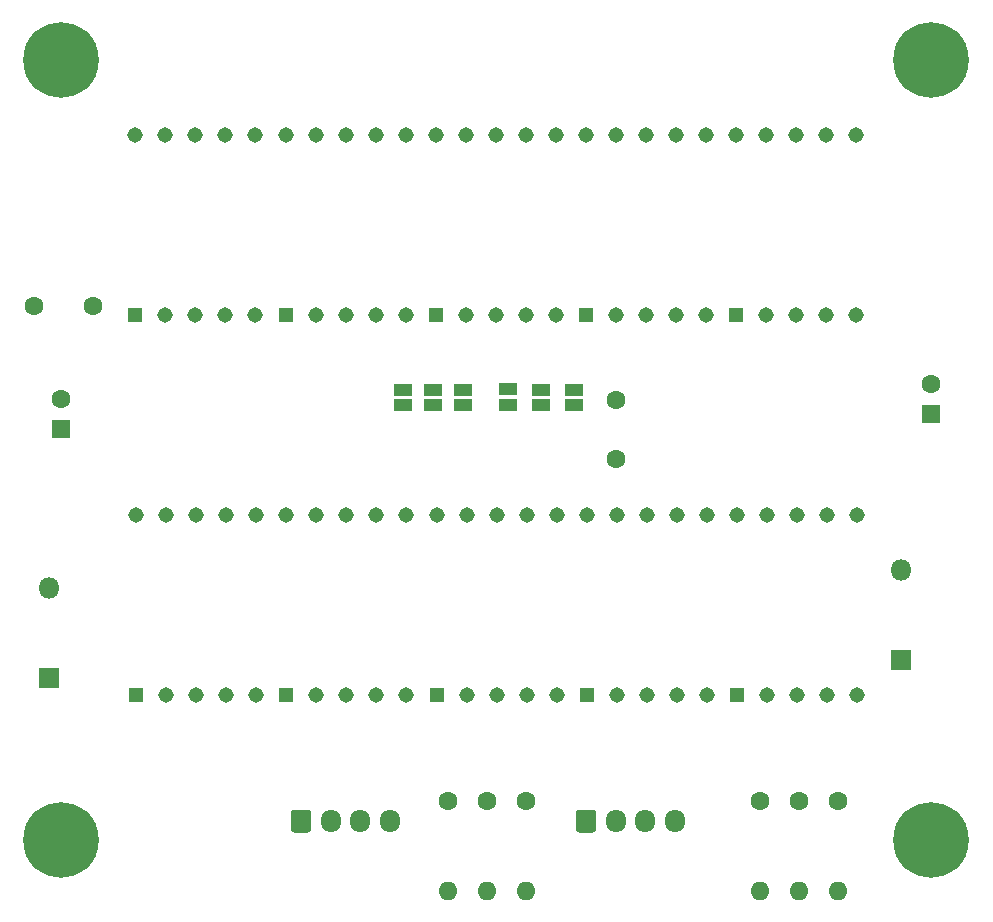
<source format=gbr>
%TF.GenerationSoftware,KiCad,Pcbnew,5.1.9-73d0e3b20d~88~ubuntu20.04.1*%
%TF.CreationDate,2021-05-01T11:52:03+02:00*%
%TF.ProjectId,anna_elsa_credit_display,616e6e61-5f65-46c7-9361-5f6372656469,rev?*%
%TF.SameCoordinates,Original*%
%TF.FileFunction,Soldermask,Top*%
%TF.FilePolarity,Negative*%
%FSLAX46Y46*%
G04 Gerber Fmt 4.6, Leading zero omitted, Abs format (unit mm)*
G04 Created by KiCad (PCBNEW 5.1.9-73d0e3b20d~88~ubuntu20.04.1) date 2021-05-01 11:52:03*
%MOMM*%
%LPD*%
G01*
G04 APERTURE LIST*
%ADD10R,1.500000X1.000000*%
%ADD11C,1.308000*%
%ADD12R,1.308000X1.308000*%
%ADD13O,1.800000X1.800000*%
%ADD14R,1.800000X1.800000*%
%ADD15O,1.600000X1.600000*%
%ADD16C,1.600000*%
%ADD17R,1.600000X1.600000*%
%ADD18C,6.400000*%
%ADD19O,1.700000X1.950000*%
G04 APERTURE END LIST*
D10*
%TO.C,JP6*%
X117856000Y-62260000D03*
X117856000Y-60960000D03*
%TD*%
%TO.C,JP5*%
X120396000Y-62260000D03*
X120396000Y-60960000D03*
%TD*%
%TO.C,JP4*%
X122936000Y-62260000D03*
X122936000Y-60960000D03*
%TD*%
%TO.C,JP3*%
X126746000Y-62230000D03*
X126746000Y-60930000D03*
%TD*%
%TO.C,JP2*%
X129540000Y-62260000D03*
X129540000Y-60960000D03*
%TD*%
%TO.C,JP1*%
X132334000Y-60960000D03*
X132334000Y-62260000D03*
%TD*%
D11*
%TO.C,D4*%
X133320000Y-39380000D03*
X135860000Y-39380000D03*
X138400000Y-39380000D03*
X140940000Y-39380000D03*
X143480000Y-39380000D03*
X143480000Y-54620000D03*
X140940000Y-54620000D03*
X138400000Y-54620000D03*
X135860000Y-54620000D03*
D12*
X133320000Y-54620000D03*
%TD*%
D13*
%TO.C,D12*%
X160020000Y-76200000D03*
D14*
X160020000Y-83820000D03*
%TD*%
D13*
%TO.C,D11*%
X87884000Y-77724000D03*
D14*
X87884000Y-85344000D03*
%TD*%
D15*
%TO.C,R6*%
X121666000Y-103378000D03*
D16*
X121666000Y-95758000D03*
%TD*%
D15*
%TO.C,R5*%
X124968000Y-103378000D03*
D16*
X124968000Y-95758000D03*
%TD*%
D15*
%TO.C,R4*%
X128270000Y-103378000D03*
D16*
X128270000Y-95758000D03*
%TD*%
D15*
%TO.C,R3*%
X148082000Y-103378000D03*
D16*
X148082000Y-95758000D03*
%TD*%
D15*
%TO.C,R2*%
X151384000Y-103378000D03*
D16*
X151384000Y-95758000D03*
%TD*%
D15*
%TO.C,R1*%
X154686000Y-103378000D03*
D16*
X154686000Y-95758000D03*
%TD*%
%TO.C,C4*%
X162560000Y-60492000D03*
D17*
X162560000Y-62992000D03*
%TD*%
D16*
%TO.C,C3*%
X135890000Y-61802000D03*
X135890000Y-66802000D03*
%TD*%
%TO.C,C2*%
X88900000Y-61762000D03*
D17*
X88900000Y-64262000D03*
%TD*%
D16*
%TO.C,C1*%
X91614000Y-53848000D03*
X86614000Y-53848000D03*
%TD*%
D11*
%TO.C,D1*%
X95150000Y-39370000D03*
X97690000Y-39370000D03*
X100230000Y-39370000D03*
X102770000Y-39370000D03*
X105310000Y-39370000D03*
X105310000Y-54610000D03*
X102770000Y-54610000D03*
X100230000Y-54610000D03*
X97690000Y-54610000D03*
D12*
X95150000Y-54610000D03*
%TD*%
D18*
%TO.C,H4*%
X162560000Y-99060000D03*
%TD*%
%TO.C,H3*%
X162560000Y-33020000D03*
%TD*%
%TO.C,H2*%
X88900000Y-99060000D03*
%TD*%
%TO.C,H1*%
X88900000Y-33020000D03*
%TD*%
D11*
%TO.C,D10*%
X146120000Y-71580000D03*
X148660000Y-71580000D03*
X151200000Y-71580000D03*
X153740000Y-71580000D03*
X156280000Y-71580000D03*
X156280000Y-86820000D03*
X153740000Y-86820000D03*
X151200000Y-86820000D03*
X148660000Y-86820000D03*
D12*
X146120000Y-86820000D03*
%TD*%
D11*
%TO.C,D5*%
X146020000Y-39380000D03*
X148560000Y-39380000D03*
X151100000Y-39380000D03*
X153640000Y-39380000D03*
X156180000Y-39380000D03*
X156180000Y-54620000D03*
X153640000Y-54620000D03*
X151100000Y-54620000D03*
X148560000Y-54620000D03*
D12*
X146020000Y-54620000D03*
%TD*%
D11*
%TO.C,D9*%
X133420000Y-71580000D03*
X135960000Y-71580000D03*
X138500000Y-71580000D03*
X141040000Y-71580000D03*
X143580000Y-71580000D03*
X143580000Y-86820000D03*
X141040000Y-86820000D03*
X138500000Y-86820000D03*
X135960000Y-86820000D03*
D12*
X133420000Y-86820000D03*
%TD*%
D11*
%TO.C,D8*%
X120720000Y-71580000D03*
X123260000Y-71580000D03*
X125800000Y-71580000D03*
X128340000Y-71580000D03*
X130880000Y-71580000D03*
X130880000Y-86820000D03*
X128340000Y-86820000D03*
X125800000Y-86820000D03*
X123260000Y-86820000D03*
D12*
X120720000Y-86820000D03*
%TD*%
D11*
%TO.C,D3*%
X120620000Y-39380000D03*
X123160000Y-39380000D03*
X125700000Y-39380000D03*
X128240000Y-39380000D03*
X130780000Y-39380000D03*
X130780000Y-54620000D03*
X128240000Y-54620000D03*
X125700000Y-54620000D03*
X123160000Y-54620000D03*
D12*
X120620000Y-54620000D03*
%TD*%
D11*
%TO.C,D7*%
X107920000Y-71580000D03*
X110460000Y-71580000D03*
X113000000Y-71580000D03*
X115540000Y-71580000D03*
X118080000Y-71580000D03*
X118080000Y-86820000D03*
X115540000Y-86820000D03*
X113000000Y-86820000D03*
X110460000Y-86820000D03*
D12*
X107920000Y-86820000D03*
%TD*%
D11*
%TO.C,D2*%
X107920000Y-39380000D03*
X110460000Y-39380000D03*
X113000000Y-39380000D03*
X115540000Y-39380000D03*
X118080000Y-39380000D03*
X118080000Y-54620000D03*
X115540000Y-54620000D03*
X113000000Y-54620000D03*
X110460000Y-54620000D03*
D12*
X107920000Y-54620000D03*
%TD*%
D11*
%TO.C,D6*%
X95220000Y-71580000D03*
X97760000Y-71580000D03*
X100300000Y-71580000D03*
X102840000Y-71580000D03*
X105380000Y-71580000D03*
X105380000Y-86820000D03*
X102840000Y-86820000D03*
X100300000Y-86820000D03*
X97760000Y-86820000D03*
D12*
X95220000Y-86820000D03*
%TD*%
D19*
%TO.C,J3*%
X140820000Y-97490000D03*
X138320000Y-97490000D03*
X135820000Y-97490000D03*
G36*
G01*
X132470000Y-98215000D02*
X132470000Y-96765000D01*
G75*
G02*
X132720000Y-96515000I250000J0D01*
G01*
X133920000Y-96515000D01*
G75*
G02*
X134170000Y-96765000I0J-250000D01*
G01*
X134170000Y-98215000D01*
G75*
G02*
X133920000Y-98465000I-250000J0D01*
G01*
X132720000Y-98465000D01*
G75*
G02*
X132470000Y-98215000I0J250000D01*
G01*
G37*
%TD*%
%TO.C,J2*%
X116690000Y-97490000D03*
X114190000Y-97490000D03*
X111690000Y-97490000D03*
G36*
G01*
X108340000Y-98215000D02*
X108340000Y-96765000D01*
G75*
G02*
X108590000Y-96515000I250000J0D01*
G01*
X109790000Y-96515000D01*
G75*
G02*
X110040000Y-96765000I0J-250000D01*
G01*
X110040000Y-98215000D01*
G75*
G02*
X109790000Y-98465000I-250000J0D01*
G01*
X108590000Y-98465000D01*
G75*
G02*
X108340000Y-98215000I0J250000D01*
G01*
G37*
%TD*%
M02*

</source>
